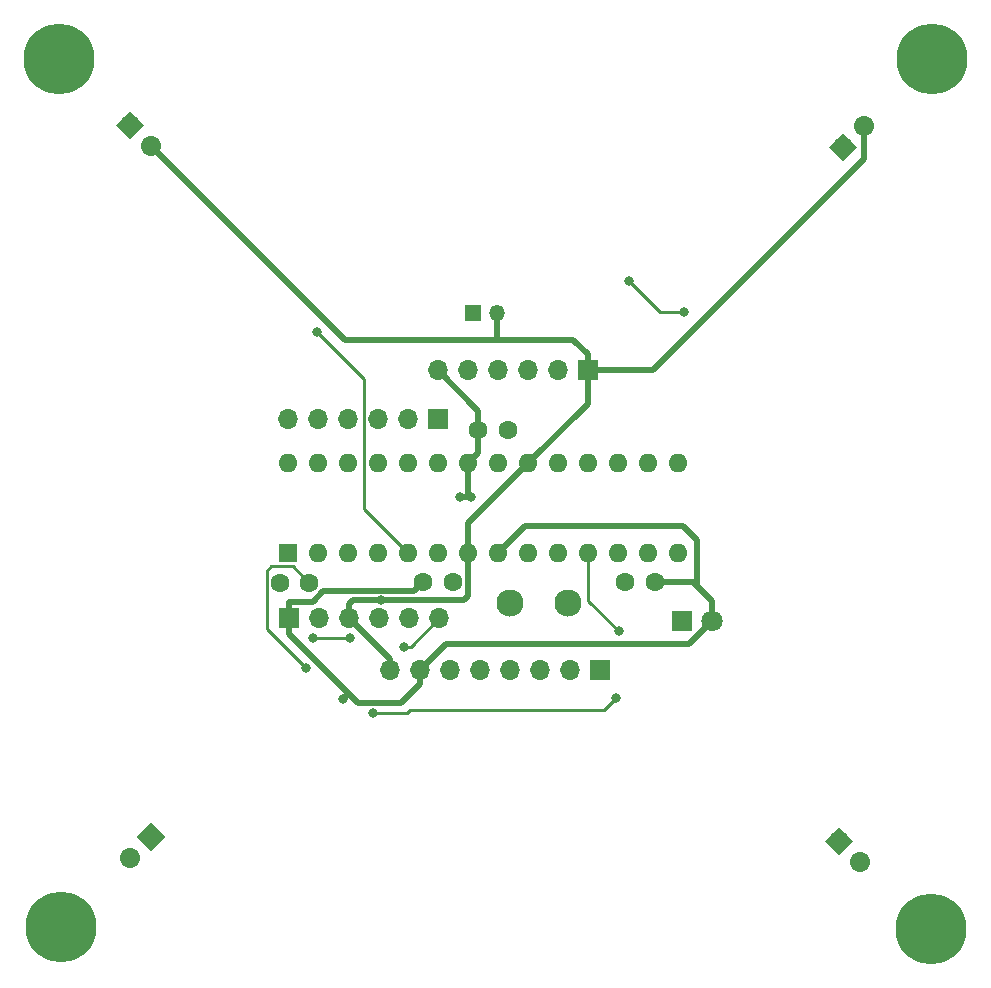
<source format=gbl>
%TF.GenerationSoftware,KiCad,Pcbnew,5.0.2-bee76a0~70~ubuntu18.04.1*%
%TF.CreationDate,2019-05-17T20:17:06-03:00*%
%TF.ProjectId,Quadcoptero-FritzenLab-r00,51756164-636f-4707-9465-726f2d467269,rev?*%
%TF.SameCoordinates,Original*%
%TF.FileFunction,Copper,L2,Bot*%
%TF.FilePolarity,Positive*%
%FSLAX46Y46*%
G04 Gerber Fmt 4.6, Leading zero omitted, Abs format (unit mm)*
G04 Created by KiCad (PCBNEW 5.0.2-bee76a0~70~ubuntu18.04.1) date sex 17 mai 2019 20:17:06 -03*
%MOMM*%
%LPD*%
G01*
G04 APERTURE LIST*
%ADD10R,1.350000X1.350000*%
%ADD11O,1.350000X1.350000*%
%ADD12C,1.600000*%
%ADD13R,1.800000X1.800000*%
%ADD14C,1.800000*%
%ADD15R,1.700000X1.700000*%
%ADD16O,1.700000X1.700000*%
%ADD17C,2.300000*%
%ADD18R,1.600000X1.600000*%
%ADD19O,1.600000X1.600000*%
%ADD20C,1.700000*%
%ADD21C,0.100000*%
%ADD22C,1.700000*%
%ADD23C,6.000000*%
%ADD24C,0.800000*%
%ADD25C,0.500000*%
%ADD26C,0.250000*%
G04 APERTURE END LIST*
D10*
X142778480Y-84185760D03*
D11*
X144778480Y-84185760D03*
D12*
X128898020Y-107007660D03*
X126398020Y-107007660D03*
D13*
X160431480Y-110284260D03*
D14*
X162971480Y-110284260D03*
D12*
X158148020Y-106949240D03*
X155648020Y-106949240D03*
X141011280Y-106959400D03*
X138511280Y-106959400D03*
X145674080Y-94112080D03*
X143174080Y-94112080D03*
D15*
X127172720Y-110037880D03*
D16*
X129712720Y-110037880D03*
X132252720Y-110037880D03*
X134792720Y-110037880D03*
X137332720Y-110037880D03*
X139872720Y-110037880D03*
X139748260Y-89037160D03*
X142288260Y-89037160D03*
X144828260Y-89037160D03*
X147368260Y-89037160D03*
X149908260Y-89037160D03*
D15*
X152448260Y-89037160D03*
X139783820Y-93164660D03*
D16*
X137243820Y-93164660D03*
X134703820Y-93164660D03*
X132163820Y-93164660D03*
X129623820Y-93164660D03*
X127083820Y-93164660D03*
D17*
X150782020Y-108780580D03*
X145882020Y-108780580D03*
D18*
X127088900Y-104521000D03*
D19*
X160108900Y-96901000D03*
X129628900Y-104521000D03*
X157568900Y-96901000D03*
X132168900Y-104521000D03*
X155028900Y-96901000D03*
X134708900Y-104521000D03*
X152488900Y-96901000D03*
X137248900Y-104521000D03*
X149948900Y-96901000D03*
X139788900Y-104521000D03*
X147408900Y-96901000D03*
X142328900Y-104521000D03*
X144868900Y-96901000D03*
X144868900Y-104521000D03*
X142328900Y-96901000D03*
X147408900Y-104521000D03*
X139788900Y-96901000D03*
X149948900Y-104521000D03*
X137248900Y-96901000D03*
X152488900Y-104521000D03*
X134708900Y-96901000D03*
X155028900Y-104521000D03*
X132168900Y-96901000D03*
X157568900Y-104521000D03*
X129628900Y-96901000D03*
X160108900Y-104521000D03*
X127088900Y-96901000D03*
D15*
X153492200Y-114427000D03*
D16*
X150952200Y-114427000D03*
X148412200Y-114427000D03*
X145872200Y-114427000D03*
X143332200Y-114427000D03*
X140792200Y-114427000D03*
X138252200Y-114427000D03*
X135712200Y-114427000D03*
D20*
X173743349Y-128869169D03*
D21*
G36*
X173743349Y-130071251D02*
X172541267Y-128869169D01*
X173743349Y-127667087D01*
X174945431Y-128869169D01*
X173743349Y-130071251D01*
X173743349Y-130071251D01*
G37*
D20*
X175539400Y-130665220D03*
D22*
X175539400Y-130665220D02*
X175539400Y-130665220D01*
D20*
X175874951Y-68358749D03*
D22*
X175874951Y-68358749D02*
X175874951Y-68358749D01*
D20*
X174078900Y-70154800D03*
D21*
G36*
X175280982Y-70154800D02*
X174078900Y-71356882D01*
X172876818Y-70154800D01*
X174078900Y-68952718D01*
X175280982Y-70154800D01*
X175280982Y-70154800D01*
G37*
D20*
X113705640Y-68277740D03*
D21*
G36*
X113705640Y-69479822D02*
X112503558Y-68277740D01*
X113705640Y-67075658D01*
X114907722Y-68277740D01*
X113705640Y-69479822D01*
X113705640Y-69479822D01*
G37*
D20*
X115501691Y-70073791D03*
D22*
X115501691Y-70073791D02*
X115501691Y-70073791D01*
D20*
X115473480Y-128529080D03*
D21*
G36*
X114271398Y-128529080D02*
X115473480Y-127326998D01*
X116675562Y-128529080D01*
X115473480Y-129731162D01*
X114271398Y-128529080D01*
X114271398Y-128529080D01*
G37*
D20*
X113677429Y-130325131D03*
D22*
X113677429Y-130325131D02*
X113677429Y-130325131D01*
D23*
X107696000Y-62661800D03*
X181584600Y-62687200D03*
X181483000Y-136347200D03*
X107848400Y-136194800D03*
D24*
X134272020Y-118049040D03*
X131729480Y-116867940D03*
X155978860Y-81442560D03*
X160652460Y-84068920D03*
X142590520Y-99791520D03*
X141683740Y-99778820D03*
X134932420Y-108496100D03*
X155089860Y-111143470D03*
X154813000Y-116804440D03*
X129578100Y-85801200D03*
X129174240Y-111747300D03*
X132316220Y-111747300D03*
X128615440Y-114251740D03*
X136933940Y-112433100D03*
D25*
X138252200Y-114427000D02*
X140441680Y-112237520D01*
X161018220Y-112237520D02*
X162971480Y-110284260D01*
X140441680Y-112237520D02*
X161018220Y-112237520D01*
X159636460Y-106949240D02*
X159641540Y-106954320D01*
X158148020Y-106949240D02*
X159636460Y-106949240D01*
X159641540Y-106954320D02*
X161363660Y-106954320D01*
X162971480Y-108562140D02*
X162971480Y-110284260D01*
X138252200Y-115629081D02*
X136634881Y-117246400D01*
X138252200Y-114427000D02*
X138252200Y-115629081D01*
X127172720Y-111387880D02*
X127172720Y-110037880D01*
X136634881Y-117246400D02*
X133031240Y-117246400D01*
X127232420Y-108628180D02*
X127172720Y-108687880D01*
X127172720Y-108687880D02*
X127172720Y-110037880D01*
X129198418Y-108628180D02*
X127232420Y-108628180D01*
X130067199Y-107759399D02*
X129198418Y-108628180D01*
X137711281Y-107759399D02*
X130067199Y-107759399D01*
X138511280Y-106959400D02*
X137711281Y-107759399D01*
X161698940Y-103403400D02*
X161698940Y-107289600D01*
X147157440Y-102232460D02*
X160528000Y-102232460D01*
X144868900Y-104521000D02*
X147157440Y-102232460D01*
X160528000Y-102232460D02*
X161698940Y-103403400D01*
X161363660Y-106954320D02*
X161698940Y-107289600D01*
X161698940Y-107289600D02*
X162971480Y-108562140D01*
X143174080Y-92462980D02*
X143174080Y-94112080D01*
X139748260Y-89037160D02*
X143174080Y-92462980D01*
X143174080Y-96055820D02*
X142328900Y-96901000D01*
X143174080Y-94112080D02*
X143174080Y-96055820D01*
X142328900Y-99529900D02*
X142590520Y-99791520D01*
X142328900Y-96901000D02*
X142328900Y-99529900D01*
X142577820Y-99778820D02*
X142590520Y-99791520D01*
X141683740Y-99778820D02*
X142577820Y-99778820D01*
D26*
X158605220Y-84068920D02*
X155978860Y-81442560D01*
X160652460Y-84068920D02*
X158605220Y-84068920D01*
D25*
X132133340Y-116464080D02*
X131729480Y-116867940D01*
X132248920Y-116464080D02*
X132133340Y-116464080D01*
X132248920Y-116464080D02*
X127172720Y-111387880D01*
X133031240Y-117246400D02*
X132248920Y-116464080D01*
X152448260Y-91861640D02*
X147408900Y-96901000D01*
X152448260Y-89037160D02*
X152448260Y-91861640D01*
X142328900Y-101981000D02*
X142328900Y-104521000D01*
X147408900Y-96901000D02*
X142328900Y-101981000D01*
X132252720Y-108835799D02*
X132592419Y-108496100D01*
X132252720Y-110037880D02*
X132252720Y-108835799D01*
X132592419Y-108496100D02*
X134932420Y-108496100D01*
X142328900Y-108176060D02*
X142328900Y-104521000D01*
X142008860Y-108496100D02*
X142328900Y-108176060D01*
X135712200Y-113497360D02*
X135712200Y-114427000D01*
X132252720Y-110037880D02*
X135712200Y-113497360D01*
X115501691Y-70073791D02*
X131899660Y-86471760D01*
X152448260Y-87687160D02*
X152448260Y-89037160D01*
X151232860Y-86471760D02*
X152448260Y-87687160D01*
X175874951Y-68358749D02*
X175874951Y-71132429D01*
X157970220Y-89037160D02*
X152448260Y-89037160D01*
X175874951Y-71132429D02*
X157970220Y-89037160D01*
X134932420Y-108496100D02*
X142008860Y-108496100D01*
X144778480Y-86427060D02*
X144823180Y-86471760D01*
X144778480Y-84185760D02*
X144778480Y-86427060D01*
X131899660Y-86471760D02*
X144823180Y-86471760D01*
X144823180Y-86471760D02*
X151232860Y-86471760D01*
D26*
X152488900Y-108542510D02*
X152488900Y-104521000D01*
X155089860Y-111143470D02*
X152488900Y-108542510D01*
X153796030Y-117821410D02*
X137402870Y-117821410D01*
X154813000Y-116804440D02*
X153796030Y-117821410D01*
X137175240Y-118049040D02*
X134272020Y-118049040D01*
X137402870Y-117821410D02*
X137175240Y-118049040D01*
X133528819Y-100800919D02*
X137248900Y-104521000D01*
X129578100Y-85801200D02*
X133528819Y-89751919D01*
X133528819Y-89751919D02*
X133528819Y-100800919D01*
X129174240Y-111747300D02*
X132316220Y-111747300D01*
X132316220Y-111747300D02*
X132400040Y-111747300D01*
X137477500Y-112433100D02*
X136933940Y-112433100D01*
X139872720Y-110037880D02*
X137477500Y-112433100D01*
X125272800Y-110909100D02*
X128615440Y-114251740D01*
X125272800Y-105994200D02*
X125272800Y-110909100D01*
X125620999Y-105646001D02*
X125272800Y-105994200D01*
X128898020Y-107007660D02*
X127536361Y-105646001D01*
X127536361Y-105646001D02*
X125620999Y-105646001D01*
M02*

</source>
